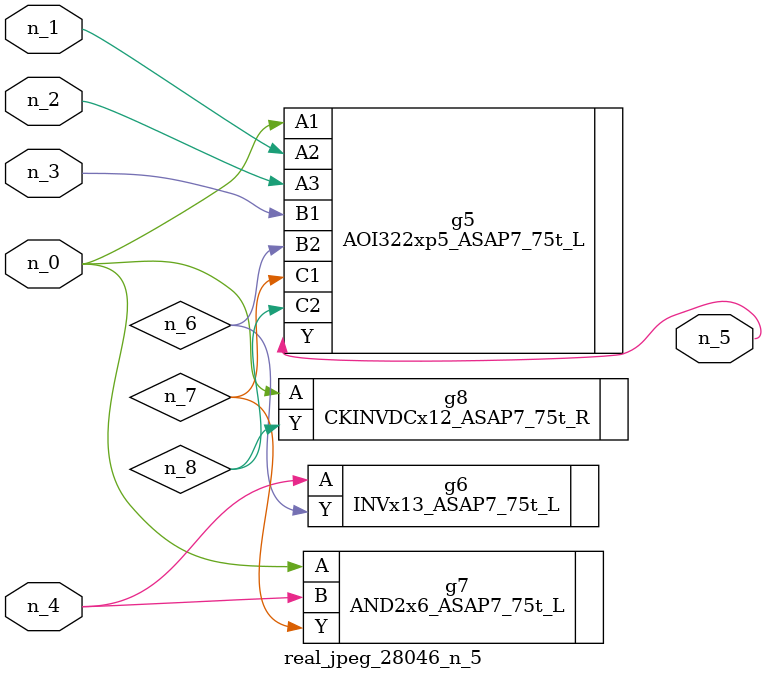
<source format=v>
module real_jpeg_28046_n_5 (n_4, n_0, n_1, n_2, n_3, n_5);

input n_4;
input n_0;
input n_1;
input n_2;
input n_3;

output n_5;

wire n_8;
wire n_6;
wire n_7;

AOI322xp5_ASAP7_75t_L g5 ( 
.A1(n_0),
.A2(n_1),
.A3(n_2),
.B1(n_3),
.B2(n_6),
.C1(n_7),
.C2(n_8),
.Y(n_5)
);

AND2x6_ASAP7_75t_L g7 ( 
.A(n_0),
.B(n_4),
.Y(n_7)
);

CKINVDCx12_ASAP7_75t_R g8 ( 
.A(n_0),
.Y(n_8)
);

INVx13_ASAP7_75t_L g6 ( 
.A(n_4),
.Y(n_6)
);


endmodule
</source>
